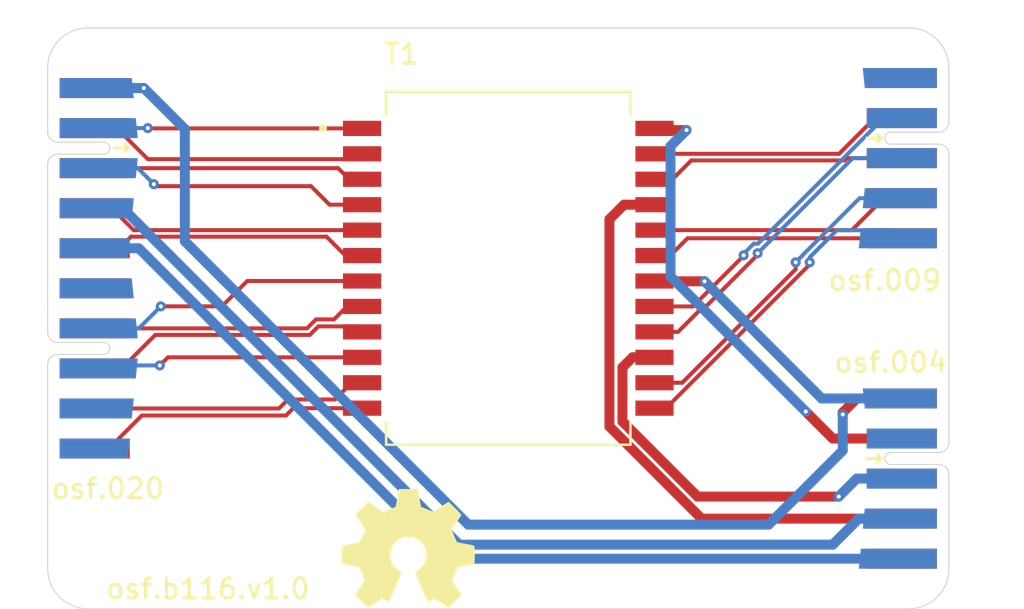
<source format=kicad_pcb>
(kicad_pcb (version 20211014) (generator pcbnew)
  (layers (0 "F.Cu" signal) (31 "B.Cu" signal) (34 "B.Paste" user) (35 "F.Paste" user) (36 "B.SilkS" user "B.Silkscreen") (37 "F.SilkS" user "F.Silkscreen") (38 "B.Mask" user) (39 "F.Mask" user) (44 "Edge.Cuts" user))
  (net 0 "")
  (net 1 "GND")
  (net 2 "/eth_magnetics/TX1+")
  (net 3 "/eth_magnetics/TX1-")
  (net 4 "/eth_magnetics/RX1+")
  (net 5 "/eth_magnetics/RX1-")
  (net 7 "/eth_magnetics/TX2+")
  (net 8 "/eth_magnetics/TX2-")
  (net 10 "/eth_magnetics/RX2+")
  (net 11 "/eth_magnetics/RX2-")
  (net 12 "/eth_magnetics/TCT1")
  (net 13 "/eth_magnetics/RCT1")
  (net 16 "/eth_magnetics/TCT2")
  (net 17 "/eth_magnetics/RCT2")
  (net 18 "/eth_magnetics/CT1")
  (net 19 "/eth_magnetics/CT2")
  (net 22 "/eth_magnetics/TXD1+")
  (net 23 "/eth_magnetics/TXD1-")
  (net 24 "/eth_magnetics/RXD1+")
  (net 25 "/eth_magnetics/RXD1-")
  (net 26 "/eth_magnetics/TXD2+")
  (net 27 "/eth_magnetics/TXD2-")
  (net 28 "/eth_magnetics/RXD2+")
  (net 29 "/eth_magnetics/RXD2-")
  (net 30 "/eth_magnetics/CT3")
  (net 31 "/eth_magnetics/CT4")
  (net 32 "/3.3V")
  (net 33 "/5V")
  (footprint "Symbol:OSHW-Symbol_6.7x6mm_SilkScreen" (layer "F.Cu") (at 158 116)
    (fp_text reference "LOGO1" hide)
    (fp_text value "Logo_Open_Hardware_Small" hide)
    (fp_poly (pts (xy 0.555814 -2.531069) (xy 0.639635 -2.086445) (xy 0.94892 -1.958947) (xy 1.258206 -1.831449) (xy 1.629246 -2.083754) (xy 1.733157 -2.154004) (xy 1.827087 -2.216728) (xy 1.906652 -2.269062) (xy 1.96747 -2.308143) (xy 2.005157 -2.331107) (xy 2.015421 -2.336058) (xy 2.03391 -2.323324) (xy 2.07342 -2.288118) (xy 2.129522 -2.234938) (xy 2.197787 -2.168282) (xy 2.273786 -2.092646) (xy 2.353092 -2.012528) (xy 2.431275 -1.932426) (xy 2.503907 -1.856836) (xy 2.566559 -1.790255) (xy 2.614803 -1.737182) (xy 2.64421 -1.702113) (xy 2.651241 -1.690377) (xy 2.641123 -1.66874) (xy 2.612759 -1.621338) (xy 2.569129 -1.552807) (xy 2.513218 -1.467785) (xy 2.448006 -1.370907) (xy 2.410219 -1.31565) (xy 2.341343 -1.214752) (xy 2.28014 -1.123701) (xy 2.229578 -1.04703) (xy 2.192628 -0.989272) (xy 2.172258 -0.954957) (xy 2.169197 -0.947746) (xy 2.176136 -0.927252) (xy 2.195051 -0.879487) (xy 2.223087 -0.811168) (xy 2.257391 -0.729011) (xy 2.295109 -0.63973) (xy 2.333387 -0.550042) (xy 2.36937 -0.466662) (xy 2.400206 -0.396306) (xy 2.423039 -0.34569) (xy 2.435017 -0.321529) (xy 2.435724 -0.320578) (xy 2.454531 -0.315964) (xy 2.504618 -0.305672) (xy 2.580793 -0.290713) (xy 2.677865 -0.272099) (xy 2.790643 -0.250841) (xy 2.856442 -0.238582) (xy 2.97695 -0.215638) (xy 3.085797 -0.193805) (xy 3.177476 -0.174278) (xy 3.246481 -0.158252) (xy 3.287304 -0.146921) (xy 3.295511 -0.143326) (xy 3.303548 -0.118994) (xy 3.310033 -0.064041) (xy 3.31497 0.015108) (xy 3.318364 0.112026) (xy 3.320218 0.220287) (xy 3.320538 0.333465) (xy 3.319327 0.445135) (xy 3.31659 0.548868) (xy 3.312331 0.638241) (xy 3.306555 0.706826) (xy 3.299267 0.748197) (xy 3.294895 0.75681) (xy 3.268764 0.767133) (xy 3.213393 0.781892) (xy 3.136107 0.799352) (xy 3.04423 0.81778) (xy 3.012158 0.823741) (xy 2.857524 0.852066) (xy 2.735375 0.874876) (xy 2.641673 0.89308) (xy 2.572384 0.907583) (xy 2.523471 0.919292) (xy 2.490897 0.929115) (xy 2.470628 0.937956) (xy 2.458626 0.946724) (xy 2.456947 0.948457) (xy 2.440184 0.976371) (xy 2.414614 1.030695) (xy 2.382788 1.104777) (xy 2.34726 1.191965) (xy 2.310583 1.285608) (xy 2.275311 1.379052) (xy 2.243996 1.465647) (xy 2.219193 1.53874) (xy 2.203454 1.591678) (xy 2.199332 1.617811) (xy 2.199676 1.618726) (xy 2.213641 1.640086) (xy 2.245322 1.687084) (xy 2.291391 1.754827) (xy 2.348518 1.838423) (xy 2.413373 1.932982) (xy 2.431843 1.959854) (xy 2.497699 2.057275) (xy 2.55565 2.146163) (xy 2.602538 2.221412) (xy 2.635207 2.27792) (xy 2.6505 2.310581) (xy 2.651241 2.314593) (xy 2.638392 2.335684) (xy 2.602888 2.377464) (xy 2.549293 2.435445) (xy 2.482171 2.505135) (xy 2.406087 2.582045) (xy 2.325604 2.661683) (xy 2.245287 2.739561) (xy 2.169699 2.811186) (xy 2.103405 2.87207) (xy 2.050969 2.917721) (xy 2.016955 2.94365) (xy 2.007545 2.947883) (xy 1.985643 2.937912) (xy 1.9408 2.91102) (xy 1.880321 2.871736) (xy 1.833789 2.840117) (xy 1.749475 2.782098) (xy 1.649626 2.713784) (xy 1.549473 2.645579) (xy 1.495627 2.609075) (xy 1.313371 2.4858) (xy 1.160381 2.56852) (xy 1.090682 2.604759) (xy 1.031414 2.632926) (xy 0.991311 2.648991) (xy 0.981103 2.651226) (xy 0.968829 2.634722) (xy 0.944613 2.588082) (xy 0.910263 2.515609) (xy 0.867588 2.421606) (xy 0.818394 2.310374) (xy 0.76449 2.186215) (xy 0.707684 2.053432) (xy 0.649782 1.916327) (xy 0.592593 1.779202) (xy 0.537924 1.646358) (xy 0.487584 1.522098) (xy 0.44338 1.410725) (xy 0.407119 1.316539) (xy 0.380609 1.243844) (xy 0.365658 1.196941) (xy 0.363254 1.180833) (xy 0.382311 1.160286) (xy 0.424036 1.126933) (xy 0.479706 1.087702) (xy 0.484378 1.084599) (xy 0.628264 0.969423) (xy 0.744283 0.835053) (xy 0.83143 0.685784) (xy 0.888699 0.525913) (xy 0.915086 0.359737) (xy 0.909585 0.191552) (xy 0.87119 0.025655) (xy 0.798895 -0.133658) (xy 0.777626 -0.168513) (xy 0.666996 -0.309263) (xy 0.536302 -0.422286) (xy 0.390064 -0.506997) (xy 0.232808 -0.562806) (xy 0.069057 -0.589126) (xy -0.096667 -0.58537) (xy -0.259838 -0.55095) (xy -0.415935 -0.485277) (xy -0.560433 -0.387765) (xy -0.605131 -0.348187) (xy -0.718888 -0.224297) (xy -0.801782 -0.093876) (xy -0.858644 0.052315) (xy -0.890313 0.197088) (xy -0.898131 0.35986) (xy -0.872062 0.52344) (xy -0.814755 0.682298) (xy -0.728856 0.830906) (xy -0.617014 0.963735) (xy -0.481877 1.075256) (xy -0.464117 1.087011) (xy -0.40785 1.125508) (xy -0.365077 1.158863) (xy -0.344628 1.18016) (xy -0.344331 1.180833) (xy -0.348721 1.203871) (xy -0.366124 1.256157) (xy -0.394732 1.33339) (xy -0.432735 1.431268) (xy -0.478326 1.545491) (xy -0.529697 1.671758) (xy -0.585038 1.805767) (xy -0.642542 1.943218) (xy -0.700399 2.079808) (xy -0.756802 2.211237) (xy -0.809942 2.333205) (xy -0.85801 2.441409) (xy -0.899199 2.531549) (xy -0.931699 2.599323) (xy -0.953703 2.64043) (xy -0.962564 2.651226) (xy -0.98964 2.642819) (xy -1.040303 2.620272) (xy -1.105817 2.587613) (xy -1.141841 2.56852) (xy -1.294832 2.4858) (xy -1.477088 2.609075) (xy -1.570125 2.672228) (xy -1.671985 2.741727) (xy -1.767438 2.807165) (xy -1.81525 2.840117) (xy -1.882495 2.885273) (xy -1.939436 2.921057) (xy -1.978646 2.942938) (xy -1.991381 2.947563) (xy -2.009917 2.935085) (xy -2.050941 2.900252) (xy -2.110475 2.846678) (xy -2.184542 2.777983) (xy -2.269165 2.697781) (xy -2.322685 2.646286) (xy -2.416319 2.554286) (xy -2.497241 2.471999) (xy -2.562177 2.402945) (xy -2.607858 2.350644) (xy -2.631011 2.318616) (xy -2.633232 2.312116) (xy -2.622924 2.287394) (xy -2.594439 2.237405) (xy -2.550937 2.167212) (xy -2.495577 2.081875) (xy -2.43152 1.986456) (xy -2.413303 1.959854) (xy -2.346927 1.863167) (xy -2.287378 1.776117) (xy -2.237984 1.703595) (xy -2.202075 1.650493) (xy -2.182981 1.621703) (xy -2.181136 1.618726) (xy -2.183895 1.595782) (xy -2.198538 1.545336) (xy -2.222513 1.474041) (xy -2.253266 1.388547) (xy -2.288244 1.295507) (xy -2.324893 1.201574) (xy -2.360661 1.113399) (xy -2.392994 1.037634) (xy -2.419338 0.980931) (xy -2.437142 0.949943) (xy -2.438407 0.948457) (xy -2.449294 0.939601) (xy -2.467682 0.930843) (xy -2.497606 0.921277) (xy -2.543103 0.909996) (xy -2.608209 0.896093) (xy -2.696961 0.878663) (xy -2.813393 0.856798) (xy -2.961542 0.829591) (xy -2.993618 0.823741) (xy -3.088686 0.805374) (xy -3.171565 0.787405) (xy -3.23493 0.771569) (xy -3.271458 0.7596) (xy -3.276356 0.75681) (xy -3.284427 0.732072) (xy -3.290987 0.67679) (xy -3.296033 0.597389) (xy -3.299559 0.500296) (xy -3.301561 0.391938) (xy -3.302036 0.27874) (xy -3.300977 0.167128) (xy -3.298382 0.063529) (xy -3.294246 -0.025632) (xy -3.288563 -0.093928) (xy -3.281331 -0.134934) (xy -3.276971 -0.143326) (xy -3.252698 -0.151792) (xy -3.197426 -0.165565) (xy -3.116662 -0.18345) (xy -3.015912 -0.204252) (xy -2.900683 -0.226777) (xy -2.837902 -0.238582) (xy -2.718787 -0.260849) (xy -2.612565 -0.281021) (xy -2.524427 -0.298085) (xy -2.459566 -0.311031) (xy -2.423174 -0.318845) (xy -2.417184 -0.320578) (xy -2.407061 -0.34011) (xy -2.385662 -0.387157) (xy -2.355839 -0.454997) (xy -2.320445 -0.536909) (xy -2.282332 -0.626172) (xy -2.244353 -0.716065) (xy -2.20936 -0.799865) (xy -2.180206 -0.870853) (xy -2.159743 -0.922306) (xy -2.150823 -0.947503) (xy -2.150657 -0.948604) (xy -2.160769 -0.968481) (xy -2.189117 -1.014223) (xy -2.232723 -1.081283) (xy -2.288606 -1.165116) (xy -2.353787 -1.261174) (xy -2.391679 -1.31635) (xy -2.460725 -1.417519) (xy -2.52205 -1.50937) (xy -2.572663 -1.587256) (xy -2.609571 -1.646531) (xy -2.629782 -1.682549) (xy -2.632701 -1.690623) (xy -2.620153 -1.709416) (xy -2.585463 -1.749543) (xy -2.533063 -1.806507) (xy -2.467384 -1.875815) (xy -2.392856 -1.952969) (xy -2.313913 -2.033475) (xy -2.234983 -2.112837) (xy -2.1605 -2.18656) (xy -2.094894 -2.250148) (xy -2.042596 -2.299106) (xy -2.008039 -2.328939) (xy -1.996478 -2.336058) (xy -1.977654 -2.326047) (xy -1.932631 -2.297922) (xy -1.865787 -2.254546) (xy -1.781499 -2.198782) (xy -1.684144 -2.133494) (xy -1.610707 -2.083754) (xy -1.239667 -1.831449) (xy -0.621095 -2.086445) (xy -0.537275 -2.531069) (xy -0.453454 -2.975693) (xy 0.471994 -2.975693) (xy 0.555814 -2.531069)) (layer "F.SilkS") (width 0.01) (fill solid))
  )
  (footprint "on_edge:on_edge_2x10_device" (layer "F.Cu") (at 140 97 -90)
    (fp_text reference "J1")
    (fp_text value "020_1000BASE-T_with_CT")
    (fp_line (start -1 -4.05) (end -0.8 -3.85) (layer "F.SilkS") (width 0.153))
    (fp_line (start -1.2 -3.85) (end -1 -4.05) (layer "F.SilkS") (width 0.153))
    (fp_line (start -1 -4.05) (end -1 -3.323) (layer "F.SilkS") (width 0.153))
    (fp_line (start -0.2 0) (end 7 0) (layer "Edge.Cuts") (width 0.05))
    (fp_line (start -4 0) (end -1.8 0) (layer "Edge.Cuts") (width 0.05))
    (fp_line (start 7 0) (end 8.2 0) (layer "Edge.Cuts") (width 0.05))
    (fp_line (start 8.7 -2.8) (end 8.7 -0.5) (layer "Edge.Cuts") (width 0.05))
    (fp_line (start -0.7 -0.5) (end -0.7 -2.8) (layer "Edge.Cuts") (width 0.05))
    (fp_line (start 9.3 -0.5) (end 9.3 -2.8) (layer "Edge.Cuts") (width 0.05))
    (fp_line (start -1.3 -2.8) (end -1.3 -0.5) (layer "Edge.Cuts") (width 0.05))
    (fp_line (start 9.8 0) (end 14 0) (layer "Edge.Cuts") (width 0.05))
    (fp_arc (start 9.8 0) (mid 9.446447 -0.146447) (end 9.3 -0.5) (layer "Edge.Cuts") (width 0.05))
    (fp_arc (start -0.2 0) (mid -0.553553 -0.146447) (end -0.7 -0.5) (layer "Edge.Cuts") (width 0.05))
    (fp_arc (start -1.3 -0.5) (mid -1.446447 -0.146447) (end -1.8 0) (layer "Edge.Cuts") (width 0.05))
    (fp_arc (start -1.3 -2.8) (mid -1 -3.1) (end -0.7 -2.8) (layer "Edge.Cuts") (width 0.05))
    (fp_arc (start 8.7 -0.5) (mid 8.553553 -0.146447) (end 8.2 0) (layer "Edge.Cuts") (width 0.05))
    (fp_arc (start 8.7 -2.8) (mid 9 -3.1) (end 9.3 -2.8) (layer "Edge.Cuts") (width 0.05))
    (pad "1" smd rect (at -4 -2.35 90) (size 1 3.5) (layers "F.Cu" "F.Mask") (net 1 "GND"))
    (pad "2" smd rect (at -2 -2.35 270) (size 1 3.5) (layers "F.Cu" "F.Mask") (net 2 "/eth_magnetics/TX1+"))
    (pad "3" smd rect (at 0 -2.35 270) (size 1 3.5) (layers "F.Cu" "F.Mask") (net 3 "/eth_magnetics/TX1-"))
    (pad "4" smd rect (at 2 -2.35 90) (size 1 3.5) (layers "F.Cu" "F.Mask") (net 4 "/eth_magnetics/RX1+"))
    (pad "5" smd rect (at 4 -2.35 90) (size 1 3.5) (layers "F.Cu" "F.Mask") (net 5 "/eth_magnetics/RX1-"))
    (pad "6" smd rect (at 6 -2.35 90) (size 1 3.5) (layers "F.Cu" "F.Mask"))
    (pad "7" smd rect (at 8 -2.35 270) (size 1 3.5) (layers "F.Cu" "F.Mask") (net 7 "/eth_magnetics/TX2+"))
    (pad "8" smd rect (at 10 -2.35 270) (size 1 3.5) (layers "F.Cu" "F.Mask") (net 8 "/eth_magnetics/TX2-"))
    (pad "9" smd rect (at 12 -2.35 90) (size 1 3.5) (layers "F.Cu" "F.Mask") (net 10 "/eth_magnetics/RX2+"))
    (pad "10" smd rect (at 14 -2.35 90) (size 1 3.5) (layers "F.Cu" "F.Mask") (net 11 "/eth_magnetics/RX2-"))
    (pad "11" smd custom (at -4 -2.4 270) (size 1 3.6) (layers "B.Cu" "B.Mask") (net 1 "GND") (options (clearance outline) (anchor rect)) (primitives (gr_poly (pts (xy 0.5 -1.8) (xy 0.5 -1.9) (xy -0.5 -1.8)) (width 0) (fill yes))))
    (pad "12" smd custom (at -2 -2.1 270) (size 1 3) (layers "B.Cu" "B.Mask") (net 12 "/eth_magnetics/TCT1") (options (clearance outline) (anchor rect)) (primitives (gr_poly (pts (xy 0.3 -0.51) (xy 0.31 -0.62) (xy 0.33 -0.7) (xy 0.35 -0.76) (xy 0.37 -0.81) (xy 0.4 -0.86) (xy 0.44 -0.92) (xy 0.48 -0.97) (xy 0.5 -0.99) (xy 0.5 -2.4) (xy -0.5 -2.3) (xy -0.5 1.5) (xy 0.3 1.5)) (width 0) (fill yes))))
    (pad "13" smd custom (at 0 -2.1 270) (size 1 3) (layers "B.Cu" "B.Mask") (net 13 "/eth_magnetics/RCT1") (options (clearance outline) (anchor rect)) (primitives (gr_poly (pts (xy -0.3 -0.51) (xy -0.31 -0.62) (xy -0.33 -0.7) (xy -0.35 -0.76) (xy -0.37 -0.81) (xy -0.4 -0.86) (xy -0.44 -0.92) (xy -0.48 -0.97) (xy -0.5 -0.99) (xy -0.5 -2.4) (xy 0.5 -2.3) (xy 0.5 1.5) (xy -0.3 1.5)) (width 0) (fill yes))))
    (pad "14" smd custom (at 2 -2.4 270) (size 1 3.6) (layers "B.Cu" "B.Mask") (net 32 "/3.3V") (options (clearance outline) (anchor rect)) (primitives (gr_poly (pts (xy -0.5 -1.8) (xy -0.5 -1.9) (xy 0.5 -1.8)) (width 0) (fill yes))))
    (pad "15" smd custom (at 4 -2.3 270) (size 1 3.4) (layers "B.Cu" "B.Mask") (net 33 "/5V") (options (clearance outline) (anchor rect)) (primitives (gr_poly (pts (xy -0.5 -1.7) (xy -0.5 -1.8) (xy 0.5 -1.7)) (width 0) (fill yes))))
    (pad "16" smd custom (at 6 -2.4 270) (size 1 3.6) (layers "B.Cu" "B.Mask") (options (clearance outline) (anchor rect)) (primitives (gr_poly (pts (xy 0.5 -1.8) (xy 0.5 -1.9) (xy -0.5 -1.8)) (width 0) (fill yes))))
    (pad "17" smd custom (at 8 -2.1 270) (size 1 3) (layers "B.Cu" "B.Mask") (net 16 "/eth_magnetics/TCT2") (options (clearance outline) (anchor rect)) (primitives (gr_poly (pts (xy 0.3 -0.51) (xy 0.31 -0.62) (xy 0.33 -0.7) (xy 0.35 -0.76) (xy 0.37 -0.81) (xy 0.4 -0.86) (xy 0.44 -0.92) (xy 0.48 -0.97) (xy 0.5 -0.99) (xy 0.5 -2.4) (xy -0.5 -2.3) (xy -0.5 1.5) (xy 0.3 1.5)) (width 0) (fill yes))))
    (pad "18" smd custom (at 10 -2.1 270) (size 1 3) (layers "B.Cu" "B.Mask") (net 17 "/eth_magnetics/RCT2") (options (clearance outline) (anchor rect)) (primitives (gr_poly (pts (xy -0.3 -0.51) (xy -0.31 -0.62) (xy -0.33 -0.7) (xy -0.35 -0.76) (xy -0.37 -0.81) (xy -0.4 -0.86) (xy -0.44 -0.92) (xy -0.48 -0.97) (xy -0.5 -0.99) (xy -0.5 -2.4) (xy 0.5 -2.3) (xy 0.5 1.5) (xy -0.3 1.5)) (width 0) (fill yes))))
    (pad "19" smd custom (at 12 -2.4 270) (size 1 3.6) (layers "B.Cu" "B.Mask") (options (clearance outline) (anchor rect)) (primitives (gr_poly (pts (xy -0.5 -1.8) (xy -0.5 -1.9) (xy 0.5 -1.8)) (width 0) (fill yes))))
    (pad "20" smd custom (at 14 -2.3 270) (size 1 3.4) (layers "B.Cu" "B.Mask") (options (clearance outline) (anchor rect)) (primitives (gr_poly (pts (xy -0.5 -1.7) (xy -0.5 -1.8) (xy 0.5 -1.7)) (width 0) (fill yes))))
  )
  (footprint "on_edge:on_edge_2x05_host" (layer "F.Cu") (at 185 96.5 -90)
    (fp_text reference "J2")
    (fp_text value "009_1000BASE-T")
    (fp_line (start -1 3.373) (end -1.2 3.573) (layer "F.SilkS") (width 0.153))
    (fp_line (start -1 4.1) (end -1 3.373) (layer "F.SilkS") (width 0.153))
    (fp_line (start -0.8 3.573) (end -1 3.373) (layer "F.SilkS") (width 0.153))
    (fp_line (start -0.7 2.9) (end -0.7 0.5) (layer "Edge.Cuts") (width 0.05))
    (fp_line (start -0.2 0) (end 4 0) (layer "Edge.Cuts") (width 0.05))
    (fp_line (start -1.3 0.5) (end -1.3 2.9) (layer "Edge.Cuts") (width 0.05))
    (fp_line (start -4 0) (end -1.8 0) (layer "Edge.Cuts") (width 0.05))
    (fp_arc (start -0.7 2.9) (mid -1 3.2) (end -1.3 2.9) (layer "Edge.Cuts") (width 0.05))
    (fp_arc (start -0.7 0.5) (mid -0.553553 0.146447) (end -0.2 0) (layer "Edge.Cuts") (width 0.05))
    (fp_arc (start -1.8 0) (mid -1.446447 0.146447) (end -1.3 0.5) (layer "Edge.Cuts") (width 0.05))
    (pad "1" smd rect (at -4 2.35 270) (size 1 3.5) (layers "F.Cu" "F.Mask"))
    (pad "2" smd rect (at -2 2.35 270) (size 1 3.5) (layers "F.Cu" "F.Mask") (net 22 "/eth_magnetics/TXD1+"))
    (pad "3" smd rect (at 0 2.35 270) (size 1 3.5) (layers "F.Cu" "F.Mask") (net 23 "/eth_magnetics/TXD1-"))
    (pad "4" smd rect (at 2 2.35 270) (size 1 3.5) (layers "F.Cu" "F.Mask") (net 24 "/eth_magnetics/RXD1+"))
    (pad "5" smd rect (at 4 2.35 270) (size 1 3.5) (layers "F.Cu" "F.Mask") (net 25 "/eth_magnetics/RXD1-"))
    (pad "6" smd custom (at -4 2.4 90) (size 1 3.6) (layers "B.Cu" "B.Mask") (options (clearance outline) (anchor rect)) (primitives (gr_poly (pts (xy 0.5 -1.8) (xy -0.5 -1.8) (xy 0.5 -1.9)) (width 0) (fill yes))))
    (pad "7" smd rect (at -2 2.35 90) (size 1 3.5) (layers "B.Cu" "B.Mask") (net 26 "/eth_magnetics/TXD2+"))
    (pad "8" smd rect (at 0 2.35 90) (size 1 3.5) (layers "B.Cu" "B.Mask") (net 27 "/eth_magnetics/TXD2-"))
    (pad "9" smd custom (at 2 2.4 90) (size 1 3.6) (layers "B.Cu" "B.Mask") (net 28 "/eth_magnetics/RXD2+") (options (clearance outline) (anchor rect)) (primitives (gr_poly (pts (xy 0.5 -1.8) (xy -0.5 -1.8) (xy -0.5 -1.9)) (width 0) (fill yes))))
    (pad "10" smd custom (at 4 2.5 90) (size 1 3.8) (layers "B.Cu" "B.Mask") (net 29 "/eth_magnetics/RXD2-") (options (clearance outline) (anchor rect)) (primitives (gr_poly (pts (xy 0.5 -1.9) (xy -0.5 -1.9) (xy -0.5 -2)) (width 0) (fill yes))))
  )
  (footprint "b116:XFMR_PT61020EL" (layer "F.Cu") (at 163 102)
    (fp_text reference "T1" (at -5.33 -10.695) (layer "F.SilkS"))
    (fp_text value "PT61020EL")
    (fp_line (start -6.1 -7.685) (end -6.1 -8.81) (layer "F.SilkS") (width 0.127))
    (fp_line (start 6.1 8.81) (end 6.1 7.685) (layer "F.SilkS") (width 0.127))
    (fp_line (start 6.1 -8.81) (end 6.1 -7.685) (layer "F.SilkS") (width 0.127))
    (fp_line (start -6.1 8.81) (end -6.1 7.685) (layer "F.SilkS") (width 0.127))
    (fp_line (start 6.1 8.81) (end -6.1 8.81) (layer "F.SilkS") (width 0.127))
    (fp_line (start -6.1 -8.81) (end 6.1 -8.81) (layer "F.SilkS") (width 0.127))
    (fp_circle (center -9.255 -6.985) (end -9.155 -6.985) (layer "F.SilkS") (width 0.2) (fill none))
    (pad "1" smd rect (at -7.3 -6.985) (size 1.91 0.76) (layers "F.Cu" "F.Paste" "F.Mask") (net 12 "/eth_magnetics/TCT1"))
    (pad "2" smd rect (at -7.3 -5.715) (size 1.91 0.76) (layers "F.Cu" "F.Paste" "F.Mask") (net 2 "/eth_magnetics/TX1+"))
    (pad "3" smd rect (at -7.3 -4.445) (size 1.91 0.76) (layers "F.Cu" "F.Paste" "F.Mask") (net 3 "/eth_magnetics/TX1-"))
    (pad "4" smd rect (at -7.3 -3.175) (size 1.91 0.76) (layers "F.Cu" "F.Paste" "F.Mask") (net 13 "/eth_magnetics/RCT1"))
    (pad "5" smd rect (at -7.3 -1.905) (size 1.91 0.76) (layers "F.Cu" "F.Paste" "F.Mask") (net 4 "/eth_magnetics/RX1+"))
    (pad "6" smd rect (at -7.3 -0.635) (size 1.91 0.76) (layers "F.Cu" "F.Paste" "F.Mask") (net 5 "/eth_magnetics/RX1-"))
    (pad "7" smd rect (at -7.3 0.635) (size 1.91 0.76) (layers "F.Cu" "F.Paste" "F.Mask") (net 16 "/eth_magnetics/TCT2"))
    (pad "8" smd rect (at -7.3 1.905) (size 1.91 0.76) (layers "F.Cu" "F.Paste" "F.Mask") (net 7 "/eth_magnetics/TX2+"))
    (pad "9" smd rect (at -7.3 3.175) (size 1.91 0.76) (layers "F.Cu" "F.Paste" "F.Mask") (net 8 "/eth_magnetics/TX2-"))
    (pad "10" smd rect (at -7.3 4.445) (size 1.91 0.76) (layers "F.Cu" "F.Paste" "F.Mask") (net 17 "/eth_magnetics/RCT2"))
    (pad "11" smd rect (at -7.3 5.715) (size 1.91 0.76) (layers "F.Cu" "F.Paste" "F.Mask") (net 10 "/eth_magnetics/RX2+"))
    (pad "12" smd rect (at -7.3 6.985) (size 1.91 0.76) (layers "F.Cu" "F.Paste" "F.Mask") (net 11 "/eth_magnetics/RX2-"))
    (pad "13" smd rect (at 7.3 6.985) (size 1.91 0.76) (layers "F.Cu" "F.Paste" "F.Mask") (net 29 "/eth_magnetics/RXD2-"))
    (pad "14" smd rect (at 7.3 5.715) (size 1.91 0.76) (layers "F.Cu" "F.Paste" "F.Mask") (net 28 "/eth_magnetics/RXD2+"))
    (pad "15" smd rect (at 7.3 4.445) (size 1.91 0.76) (layers "F.Cu" "F.Paste" "F.Mask") (net 31 "/eth_magnetics/CT4"))
    (pad "16" smd rect (at 7.3 3.175) (size 1.91 0.76) (layers "F.Cu" "F.Paste" "F.Mask") (net 27 "/eth_magnetics/TXD2-"))
    (pad "17" smd rect (at 7.3 1.905) (size 1.91 0.76) (layers "F.Cu" "F.Paste" "F.Mask") (net 26 "/eth_magnetics/TXD2+"))
    (pad "18" smd rect (at 7.3 0.635) (size 1.91 0.76) (layers "F.Cu" "F.Paste" "F.Mask") (net 30 "/eth_magnetics/CT3"))
    (pad "19" smd rect (at 7.3 -0.635) (size 1.91 0.76) (layers "F.Cu" "F.Paste" "F.Mask") (net 25 "/eth_magnetics/RXD1-"))
    (pad "20" smd rect (at 7.3 -1.905) (size 1.91 0.76) (layers "F.Cu" "F.Paste" "F.Mask") (net 24 "/eth_magnetics/RXD1+"))
    (pad "21" smd rect (at 7.3 -3.175) (size 1.91 0.76) (layers "F.Cu" "F.Paste" "F.Mask") (net 19 "/eth_magnetics/CT2"))
    (pad "22" smd rect (at 7.3 -4.445) (size 1.91 0.76) (layers "F.Cu" "F.Paste" "F.Mask") (net 23 "/eth_magnetics/TXD1-"))
    (pad "23" smd rect (at 7.3 -5.715) (size 1.91 0.76) (layers "F.Cu" "F.Paste" "F.Mask") (net 22 "/eth_magnetics/TXD1+"))
    (pad "24" smd rect (at 7.3 -6.985) (size 1.91 0.76) (layers "F.Cu" "F.Paste" "F.Mask") (net 18 "/eth_magnetics/CT1"))
  )
  (footprint "on_edge:on_edge_2x05_host" (layer "F.Cu") (at 185 112.5 -90)
    (fp_text reference "J3")
    (fp_text value "004_BASE-T_CT")
    (fp_line (start -1 4.1) (end -1 3.373) (layer "F.SilkS") (width 0.153))
    (fp_line (start -0.8 3.573) (end -1 3.373) (layer "F.SilkS") (width 0.153))
    (fp_line (start -1 3.373) (end -1.2 3.573) (layer "F.SilkS") (width 0.153))
    (fp_line (start -0.2 0) (end 4 0) (layer "Edge.Cuts") (width 0.05))
    (fp_line (start -4 0) (end -1.8 0) (layer "Edge.Cuts") (width 0.05))
    (fp_line (start -0.7 2.9) (end -0.7 0.5) (layer "Edge.Cuts") (width 0.05))
    (fp_line (start -1.3 0.5) (end -1.3 2.9) (layer "Edge.Cuts") (width 0.05))
    (fp_arc (start -1.8 0) (mid -1.446447 0.146447) (end -1.3 0.5) (layer "Edge.Cuts") (width 0.05))
    (fp_arc (start -0.7 2.9) (mid -1 3.2) (end -1.3 2.9) (layer "Edge.Cuts") (width 0.05))
    (fp_arc (start -0.7 0.5) (mid -0.553553 0.146447) (end -0.2 0) (layer "Edge.Cuts") (width 0.05))
    (pad "1" smd rect (at -4 2.35 270) (size 1 3.5) (layers "F.Cu" "F.Mask") (net 1 "GND"))
    (pad "2" smd rect (at -2 2.35 270) (size 1 3.5) (layers "F.Cu" "F.Mask") (net 18 "/eth_magnetics/CT1"))
    (pad "3" smd rect (at 0 2.35 270) (size 1 3.5) (layers "F.Cu" "F.Mask"))
    (pad "4" smd rect (at 2 2.35 270) (size 1 3.5) (layers "F.Cu" "F.Mask") (net 19 "/eth_magnetics/CT2"))
    (pad "5" smd rect (at 4 2.35 270) (size 1 3.5) (layers "F.Cu" "F.Mask"))
    (pad "6" smd custom (at -4 2.4 90) (size 1 3.6) (layers "B.Cu" "B.Mask") (net 30 "/eth_magnetics/CT3") (options (clearance outline) (anchor rect)) (primitives (gr_poly (pts (xy 0.5 -1.8) (xy -0.5 -1.8) (xy 0.5 -1.9)) (width 0) (fill yes))))
    (pad "7" smd rect (at -2 2.35 90) (size 1 3.5) (layers "B.Cu" "B.Mask"))
    (pad "8" smd rect (at 0 2.35 90) (size 1 3.5) (layers "B.Cu" "B.Mask") (net 31 "/eth_magnetics/CT4"))
    (pad "9" smd custom (at 2 2.4 90) (size 1 3.6) (layers "B.Cu" "B.Mask") (net 32 "/3.3V") (options (clearance outline) (anchor rect)) (primitives (gr_poly (pts (xy 0.5 -1.8) (xy -0.5 -1.8) (xy -0.5 -1.9)) (width 0) (fill yes))))
    (pad "10" smd custom (at 4 2.5 90) (size 1 3.8) (layers "B.Cu" "B.Mask") (net 33 "/5V") (options (clearance outline) (anchor rect)) (primitives (gr_poly (pts (xy 0.5 -1.9) (xy -0.5 -1.9) (xy -0.5 -2)) (width 0) (fill yes))))
  )
  (gr_line (start 185 92.5) (end 185 92) (layer "Edge.Cuts") (width 0.05))
  (gr_line (start 142 90) (end 183 90) (layer "Edge.Cuts") (width 0.05))
  (gr_arc (start 185 117) (mid 184.414214 118.414214) (end 183 119) (layer "Edge.Cuts") (width 0.05))
  (gr_line (start 140 92) (end 140 93) (layer "Edge.Cuts") (width 0.05))
  (gr_line (start 183 119) (end 142 119) (layer "Edge.Cuts") (width 0.05))
  (gr_arc (start 183 90) (mid 184.414214 90.585786) (end 185 92) (layer "Edge.Cuts") (width 0.05))
  (gr_line (start 185 108.5) (end 185 100.5) (layer "Edge.Cuts") (width 0.05))
  (gr_arc (start 142 119) (mid 140.585786 118.414214) (end 140 117) (layer "Edge.Cuts") (width 0.05))
  (gr_line (start 140 117) (end 140 116) (layer "Edge.Cuts") (width 0.05))
  (gr_arc (start 140 92) (mid 140.585786 90.585786) (end 142 90) (layer "Edge.Cuts") (width 0.05))
  (gr_line (start 185 117) (end 185 116.5) (layer "Edge.Cuts") (width 0.05))
  (gr_line (start 140 111) (end 140 116) (layer "Edge.Cuts") (width 0.05))
  (gr_text "osf.020" (at 143 113) (layer "F.SilkS") (effects (font (size 1 1))))
  (gr_text "osf.004" (at 182.1 106.7) (layer "F.SilkS") (effects (font (size 1 1))))
  (gr_text "osf.009" (at 181.8 102.6) (layer "F.SilkS") (effects (font (size 1 1))))
  (gr_text "osf.b116.v1.0" (at 148 118) (layer "F.SilkS") (effects (font (size 1 1))))
  (segment (start 142.35 93) (end 144.8 93) (width 0.5) (layer "F.Cu") (net 1))
  (segment (start 179.7 109.3) (end 179.7 109.2) (width 0.5) (layer "F.Cu") (net 1))
  (segment (start 179.7 109.2) (end 180.4 108.5) (width 0.5) (layer "F.Cu") (net 1))
  (segment (start 180.4 108.5) (end 182.65 108.5) (width 0.5) (layer "F.Cu") (net 1))
  (via (at 179.7 109.3) (size 0.5) (drill 0.2) (layers "F.Cu" "B.Cu") (net 1))
  (via (at 144.8 93) (size 0.5) (drill 0.2) (layers "F.Cu" "B.Cu") (net 1))
  (segment (start 161 114.8) (end 146.85 100.65) (width 0.5) (layer "B.Cu") (net 1))
  (segment (start 176 114.8) (end 161 114.8) (width 0.5) (layer "B.Cu") (net 1))
  (segment (start 179.7 109.3) (end 179.7 111.1) (width 0.5) (layer "B.Cu") (net 1))
  (segment (start 146.85 100.65) (end 146.85 95.05) (width 0.5) (layer "B.Cu") (net 1))
  (segment (start 144.8 93) (end 142.4 93) (width 0.5) (layer "B.Cu") (net 1))
  (segment (start 179.7 111.1) (end 176 114.8) (width 0.5) (layer "B.Cu") (net 1))
  (segment (start 146.85 95.05) (end 144.8 93) (width 0.5) (layer "B.Cu") (net 1))
  (segment (start 155.435 96.55) (end 155.7 96.285) (width 0.2) (layer "F.Cu") (net 2))
  (segment (start 143.45 95) (end 145 96.55) (width 0.2) (layer "F.Cu") (net 2))
  (segment (start 142.35 95) (end 143.45 95) (width 0.2) (layer "F.Cu") (net 2))
  (segment (start 145 96.55) (end 155.435 96.55) (width 0.2) (layer "F.Cu") (net 2))
  (segment (start 155.055 97.555) (end 155.7 97.555) (width 0.2) (layer "F.Cu") (net 3))
  (segment (start 142.35 97) (end 154.5 97) (width 0.2) (layer "F.Cu") (net 3))
  (segment (start 154.5 97) (end 155.055 97.555) (width 0.2) (layer "F.Cu") (net 3))
  (segment (start 143.2 99) (end 144.295 100.095) (width 0.2) (layer "F.Cu") (net 4))
  (segment (start 142.35 99) (end 143.2 99) (width 0.2) (layer "F.Cu") (net 4))
  (segment (start 144.295 100.095) (end 155.7 100.095) (width 0.2) (layer "F.Cu") (net 4))
  (segment (start 144.159552 100.422) (end 153.922 100.422) (width 0.2) (layer "F.Cu") (net 5))
  (segment (start 154.865 101.365) (end 155.7 101.365) (width 0.2) (layer "F.Cu") (net 5))
  (segment (start 142.35 101) (end 143.581552 101) (width 0.2) (layer "F.Cu") (net 5))
  (segment (start 153.922 100.422) (end 154.865 101.365) (width 0.2) (layer "F.Cu") (net 5))
  (segment (start 143.581552 101) (end 144.159552 100.422) (width 0.2) (layer "F.Cu") (net 5))
  (segment (start 142.35 105) (end 152.95 105) (width 0.2) (layer "F.Cu") (net 7))
  (segment (start 154.945 103.905) (end 155.7 103.905) (width 0.2) (layer "F.Cu") (net 7))
  (segment (start 153.4 104.55) (end 154.3 104.55) (width 0.2) (layer "F.Cu") (net 7))
  (segment (start 154.3 104.55) (end 154.945 103.905) (width 0.2) (layer "F.Cu") (net 7))
  (segment (start 152.95 105) (end 153.4 104.55) (width 0.2) (layer "F.Cu") (net 7))
  (segment (start 155.425 104.9) (end 155.7 105.175) (width 0.2) (layer "F.Cu") (net 8))
  (segment (start 153.512448 104.9) (end 155.425 104.9) (width 0.2) (layer "F.Cu") (net 8))
  (segment (start 142.35 107) (end 143.7 107) (width 0.2) (layer "F.Cu") (net 8))
  (segment (start 143.7 107) (end 145.373 105.327) (width 0.2) (layer "F.Cu") (net 8))
  (segment (start 145.373 105.327) (end 153.085448 105.327) (width 0.2) (layer "F.Cu") (net 8))
  (segment (start 153.085448 105.327) (end 153.512448 104.9) (width 0.2) (layer "F.Cu") (net 8))
  (segment (start 152 108.55) (end 154.346 108.55) (width 0.2) (layer "F.Cu") (net 10))
  (segment (start 154.346 108.55) (end 155.181 107.715) (width 0.2) (layer "F.Cu") (net 10))
  (segment (start 142.35 109) (end 151.55 109) (width 0.2) (layer "F.Cu") (net 10))
  (segment (start 155.181 107.715) (end 155.7 107.715) (width 0.2) (layer "F.Cu") (net 10))
  (segment (start 151.55 109) (end 152 108.55) (width 0.2) (layer "F.Cu") (net 10))
  (segment (start 142.35 111) (end 143.054 111) (width 0.2) (layer "F.Cu") (net 11))
  (segment (start 151.9 109.35) (end 152.265 108.985) (width 0.2) (layer "F.Cu") (net 11))
  (segment (start 152.265 108.985) (end 155.7 108.985) (width 0.2) (layer "F.Cu") (net 11))
  (segment (start 143.054 111) (end 144.704 109.35) (width 0.2) (layer "F.Cu") (net 11))
  (segment (start 144.704 109.35) (end 151.9 109.35) (width 0.2) (layer "F.Cu") (net 11))
  (segment (start 155.7 95.015) (end 145.015 95.015) (width 0.2) (layer "F.Cu") (net 12))
  (segment (start 145.015 95.015) (end 145 95) (width 0.2) (layer "F.Cu") (net 12))
  (via (at 145 95) (size 0.5) (drill 0.2) (layers "F.Cu" "B.Cu") (net 12))
  (segment (start 145 95) (end 142.1 95) (width 0.2) (layer "B.Cu") (net 12))
  (segment (start 153.4 98.15) (end 153.15 97.9) (width 0.2) (layer "F.Cu") (net 13))
  (segment (start 145.5 97.9) (end 145.4 97.9) (width 0.2) (layer "F.Cu") (net 13))
  (segment (start 153.15 97.9) (end 145.5 97.9) (width 0.2) (layer "F.Cu") (net 13))
  (segment (start 154.075 98.825) (end 153.4 98.15) (width 0.2) (layer "F.Cu") (net 13))
  (segment (start 155.7 98.825) (end 154.075 98.825) (width 0.2) (layer "F.Cu") (net 13))
  (segment (start 145.4 97.9) (end 145.3 97.8) (width 0.2) (layer "F.Cu") (net 13))
  (via (at 145.3 97.8) (size 0.5) (drill 0.2) (layers "F.Cu" "B.Cu") (net 13))
  (segment (start 144.5 97) (end 142.1 97) (width 0.2) (layer "B.Cu") (net 13))
  (segment (start 145.3 97.8) (end 144.5 97) (width 0.2) (layer "B.Cu") (net 13))
  (segment (start 149.965 102.635) (end 149.35 103.25) (width 0.2) (layer "F.Cu") (net 16))
  (segment (start 148.7 103.9) (end 145.65 103.9) (width 0.2) (layer "F.Cu") (net 16))
  (segment (start 155.7 102.635) (end 149.965 102.635) (width 0.2) (layer "F.Cu") (net 16))
  (segment (start 149.35 103.25) (end 148.7 103.9) (width 0.2) (layer "F.Cu") (net 16))
  (via (at 145.65 103.9) (size 0.5) (drill 0.2) (layers "F.Cu" "B.Cu") (net 16))
  (segment (start 145.65 103.9) (end 144.55 105) (width 0.2) (layer "B.Cu") (net 16))
  (segment (start 144.55 105) (end 142.1 105) (width 0.2) (layer "B.Cu") (net 16))
  (segment (start 146.005 106.445) (end 145.6 106.85) (width 0.2) (layer "F.Cu") (net 17))
  (segment (start 155.7 106.445) (end 146.005 106.445) (width 0.2) (layer "F.Cu") (net 17))
  (via (at 145.6 106.85) (size 0.5) (drill 0.2) (layers "F.Cu" "B.Cu") (net 17))
  (segment (start 142.25 106.85) (end 142.1 107) (width 0.2) (layer "B.Cu") (net 17))
  (segment (start 145.6 106.85) (end 142.25 106.85) (width 0.2) (layer "B.Cu") (net 17))
  (segment (start 182.65 110.5) (end 179.2 110.5) (width 0.5) (layer "F.Cu") (net 18))
  (segment (start 170.385 95.1) (end 170.3 95.015) (width 0.5) (layer "F.Cu") (net 18))
  (segment (start 179.2 110.5) (end 177.85 109.15) (width 0.5) (layer "F.Cu") (net 18))
  (segment (start 171.9 95.1) (end 170.385 95.1) (width 0.5) (layer "F.Cu") (net 18))
  (via (at 171.9 95.1) (size 0.5) (drill 0.2) (layers "F.Cu" "B.Cu") (net 18))
  (via (at 177.85 109.15) (size 0.5) (drill 0.2) (layers "F.Cu" "B.Cu") (net 18))
  (segment (start 171.1 95.9) (end 171.9 95.1) (width 0.5) (layer "B.Cu") (net 18))
  (segment (start 171.1 102.4) (end 171.1 99.65) (width 0.5) (layer "B.Cu") (net 18))
  (segment (start 177.85 109.15) (end 171.1 102.4) (width 0.5) (layer "B.Cu") (net 18))
  (segment (start 171.1 99.65) (end 171.1 95.9) (width 0.5) (layer "B.Cu") (net 18))
  (segment (start 182.65 114.5) (end 172.65 114.5) (width 0.5) (layer "F.Cu") (net 19))
  (segment (start 168.05 99.55) (end 168.775 98.825) (width 0.5) (layer "F.Cu") (net 19))
  (segment (start 172.65 114.5) (end 168.05 109.9) (width 0.5) (layer "F.Cu") (net 19))
  (segment (start 168.05 109.9) (end 168.05 99.55) (width 0.5) (layer "F.Cu") (net 19))
  (segment (start 168.775 98.825) (end 170.3 98.825) (width 0.5) (layer "F.Cu") (net 19))
  (segment (start 170.3 96.285) (end 179.515 96.285) (width 0.2) (layer "F.Cu") (net 22))
  (segment (start 179.515 96.285) (end 181.3 94.5) (width 0.2) (layer "F.Cu") (net 22))
  (segment (start 181.3 94.5) (end 182.65 94.5) (width 0.2) (layer "F.Cu") (net 22))
  (segment (start 171.195 97.555) (end 172.138 96.612) (width 0.2) (layer "F.Cu") (net 23))
  (segment (start 170.3 97.555) (end 171.195 97.555) (width 0.2) (layer "F.Cu") (net 23))
  (segment (start 179.9 96.5) (end 182.65 96.5) (width 0.2) (layer "F.Cu") (net 23))
  (segment (start 179.788 96.612) (end 179.9 96.5) (width 0.2) (layer "F.Cu") (net 23))
  (segment (start 172.138 96.612) (end 179.788 96.612) (width 0.2) (layer "F.Cu") (net 23))
  (segment (start 181.75 98.5) (end 182.65 98.5) (width 0.2) (layer "F.Cu") (net 24))
  (segment (start 180.155 100.095) (end 181.75 98.5) (width 0.2) (layer "F.Cu") (net 24))
  (segment (start 170.3 100.095) (end 180.155 100.095) (width 0.2) (layer "F.Cu") (net 24))
  (segment (start 170.3 101.365) (end 171.085 101.365) (width 0.2) (layer "F.Cu") (net 25))
  (segment (start 171.085 101.365) (end 171.95 100.5) (width 0.2) (layer "F.Cu") (net 25))
  (segment (start 171.95 100.5) (end 182.65 100.5) (width 0.2) (layer "F.Cu") (net 25))
  (segment (start 172.21958 103.905) (end 174.75 101.37458) (width 0.2) (layer "F.Cu") (net 26))
  (segment (start 170.3 103.905) (end 172.21958 103.905) (width 0.2) (layer "F.Cu") (net 26))
  (segment (start 174.75 101.37458) (end 174.75 101.35) (width 0.2) (layer "F.Cu") (net 26))
  (via (at 174.75 101.35) (size 0.5) (drill 0.2) (layers "F.Cu" "B.Cu") (net 26))
  (segment (start 181.737552 94.5) (end 182.65 94.5) (width 0.2) (layer "B.Cu") (net 26))
  (segment (start 175.25242 100.773) (end 175.464552 100.773) (width 0.2) (layer "B.Cu") (net 26))
  (segment (start 175.464552 100.773) (end 181.737552 94.5) (width 0.2) (layer "B.Cu") (net 26))
  (segment (start 174.75 101.35) (end 174.75 101.27542) (width 0.2) (layer "B.Cu") (net 26))
  (segment (start 174.75 101.27542) (end 175.25242 100.773) (width 0.2) (layer "B.Cu") (net 26))
  (segment (start 170.3 105.175) (end 171.475 105.175) (width 0.2) (layer "F.Cu") (net 27))
  (segment (start 172.77458 104) (end 175.45 101.32458) (width 0.2) (layer "F.Cu") (net 27))
  (segment (start 175.45 101.32458) (end 175.45 101.25) (width 0.2) (layer "F.Cu") (net 27))
  (segment (start 172.65 104) (end 172.77458 104) (width 0.2) (layer "F.Cu") (net 27))
  (segment (start 171.475 105.175) (end 172.65 104) (width 0.2) (layer "F.Cu") (net 27))
  (via (at 175.45 101.25) (size 0.5) (drill 0.2) (layers "F.Cu" "B.Cu") (net 27))
  (segment (start 180.2 96.5) (end 182.65 96.5) (width 0.2) (layer "B.Cu") (net 27))
  (segment (start 175.45 101.25) (end 180.2 96.5) (width 0.2) (layer "B.Cu") (net 27))
  (segment (start 177.35 102.047552) (end 171.682552 107.715) (width 0.2) (layer "F.Cu") (net 28))
  (segment (start 177.35 101.7) (end 177.35 102.047552) (width 0.2) (layer "F.Cu") (net 28))
  (segment (start 171.682552 107.715) (end 170.3 107.715) (width 0.2) (layer "F.Cu") (net 28))
  (via (at 177.35 101.7) (size 0.5) (drill 0.2) (layers "F.Cu" "B.Cu") (net 28))
  (segment (start 177.723 101.314552) (end 180.537552 98.5) (width 0.2) (layer "B.Cu") (net 28))
  (segment (start 177.723 101.327) (end 177.723 101.314552) (width 0.2) (layer "B.Cu") (net 28))
  (segment (start 177.35 101.7) (end 177.723 101.327) (width 0.2) (layer "B.Cu") (net 28))
  (segment (start 180.537552 98.5) (end 182.6 98.5) (width 0.2) (layer "B.Cu") (net 28))
  (segment (start 178 101.75) (end 178.05 101.7) (width 0.2) (layer "F.Cu") (net 29))
  (segment (start 170.3 108.985) (end 170.875 108.985) (width 0.2) (layer "F.Cu") (net 29))
  (segment (start 170.875 108.985) (end 178 101.86) (width 0.2) (layer "F.Cu") (net 29))
  (segment (start 178 101.86) (end 178 101.75) (width 0.2) (layer "F.Cu") (net 29))
  (via (at 178.05 101.7) (size 0.5) (drill 0.2) (layers "F.Cu" "B.Cu") (net 29))
  (segment (start 178.05 101.7) (end 178.05 101.45) (width 0.2) (layer "B.Cu") (net 29))
  (segment (start 182.1 100.1) (end 182.5 100.5) (width 0.2) (layer "B.Cu") (net 29))
  (segment (start 178.05 101.45) (end 179.4 100.1) (width 0.2) (layer "B.Cu") (net 29))
  (segment (start 179.4 100.1) (end 182.1 100.1) (width 0.2) (layer "B.Cu") (net 29))
  (segment (start 172.8 102.65) (end 170.315 102.65) (width 0.5) (layer "F.Cu") (net 30))
  (segment (start 170.315 102.65) (end 170.3 102.635) (width 0.5) (layer "F.Cu") (net 30))
  (via (at 172.8 102.65) (size 0.5) (drill 0.2) (layers "F.Cu" "B.Cu") (net 30))
  (segment (start 178.65 108.5) (end 172.8 102.65) (width 0.5) (layer "B.Cu") (net 30))
  (segment (start 182.6 108.5) (end 178.65 108.5) (width 0.5) (layer "B.Cu") (net 30))
  (segment (start 168.7 109.65) (end 168.7 106.95) (width 0.5) (layer "F.Cu") (net 31))
  (segment (start 172.45 113.4) (end 168.7 109.65) (width 0.5) (layer "F.Cu") (net 31))
  (segment (start 169.205 106.445) (end 170.3 106.445) (width 0.5) (layer "F.Cu") (net 31))
  (segment (start 168.7 106.95) (end 169.205 106.445) (width 0.5) (layer "F.Cu") (net 31))
  (segment (start 179.5 113.4) (end 172.45 113.4) (width 0.5) (layer "F.Cu") (net 31))
  (via (at 179.5 113.4) (size 0.5) (drill 0.2) (layers "F.Cu" "B.Cu") (net 31))
  (segment (start 180.4 112.5) (end 179.5 113.4) (width 0.5) (layer "B.Cu") (net 31))
  (segment (start 182.65 112.5) (end 180.4 112.5) (width 0.5) (layer "B.Cu") (net 31))
  (segment (start 160.55 115.8) (end 179.2 115.8) (width 0.5) (layer "B.Cu") (net 32))
  (segment (start 180.5 114.5) (end 182.6 114.5) (width 0.5) (layer "B.Cu") (net 32))
  (segment (start 143.75 99) (end 160.55 115.8) (width 0.5) (layer "B.Cu") (net 32))
  (segment (start 179.2 115.8) (end 180.5 114.5) (width 0.5) (layer "B.Cu") (net 32))
  (segment (start 142.4 99) (end 143.75 99) (width 0.5) (layer "B.Cu") (net 32))
  (segment (start 144.55 101) (end 160.05 116.5) (width 0.5) (layer "B.Cu") (net 33))
  (segment (start 160.05 116.5) (end 182.5 116.5) (width 0.5) (layer "B.Cu") (net 33))
  (segment (start 142.3 101) (end 144.55 101) (width 0.5) (layer "B.Cu") (net 33))
)
</source>
